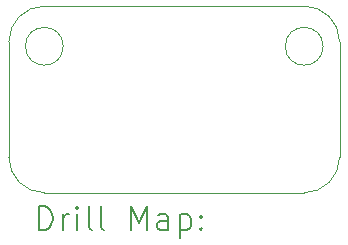
<source format=gbr>
%TF.GenerationSoftware,KiCad,Pcbnew,7.0.9*%
%TF.CreationDate,2025-02-16T20:29:11+01:00*%
%TF.ProjectId,sao_pcb,73616f5f-7063-4622-9e6b-696361645f70,rev?*%
%TF.SameCoordinates,Original*%
%TF.FileFunction,Drillmap*%
%TF.FilePolarity,Positive*%
%FSLAX45Y45*%
G04 Gerber Fmt 4.5, Leading zero omitted, Abs format (unit mm)*
G04 Created by KiCad (PCBNEW 7.0.9) date 2025-02-16 20:29:11*
%MOMM*%
%LPD*%
G01*
G04 APERTURE LIST*
%ADD10C,0.100000*%
%ADD11C,0.200000*%
G04 APERTURE END LIST*
D10*
X14100000Y-8640000D02*
G75*
G03*
X14400000Y-8940000I300000J0D01*
G01*
X16600000Y-8940000D02*
G75*
G03*
X16900000Y-8640000I0J300000D01*
G01*
X16600000Y-8940000D02*
X14400000Y-8940000D01*
X14400000Y-7360000D02*
G75*
G03*
X14100000Y-7660000I0J-300000D01*
G01*
X14100000Y-8640000D02*
X14100000Y-7660000D01*
X16900000Y-7660000D02*
G75*
G03*
X16600000Y-7360000I-300000J0D01*
G01*
X16900000Y-7660000D02*
X16900000Y-8640000D01*
X14400000Y-7360000D02*
X16600000Y-7360000D01*
X14560000Y-7700000D02*
G75*
G03*
X14560000Y-7700000I-160000J0D01*
G01*
X16760000Y-7700000D02*
G75*
G03*
X16760000Y-7700000I-160000J0D01*
G01*
D11*
X14355777Y-9256484D02*
X14355777Y-9056484D01*
X14355777Y-9056484D02*
X14403396Y-9056484D01*
X14403396Y-9056484D02*
X14431967Y-9066008D01*
X14431967Y-9066008D02*
X14451015Y-9085055D01*
X14451015Y-9085055D02*
X14460539Y-9104103D01*
X14460539Y-9104103D02*
X14470062Y-9142198D01*
X14470062Y-9142198D02*
X14470062Y-9170770D01*
X14470062Y-9170770D02*
X14460539Y-9208865D01*
X14460539Y-9208865D02*
X14451015Y-9227912D01*
X14451015Y-9227912D02*
X14431967Y-9246960D01*
X14431967Y-9246960D02*
X14403396Y-9256484D01*
X14403396Y-9256484D02*
X14355777Y-9256484D01*
X14555777Y-9256484D02*
X14555777Y-9123150D01*
X14555777Y-9161246D02*
X14565301Y-9142198D01*
X14565301Y-9142198D02*
X14574824Y-9132674D01*
X14574824Y-9132674D02*
X14593872Y-9123150D01*
X14593872Y-9123150D02*
X14612920Y-9123150D01*
X14679586Y-9256484D02*
X14679586Y-9123150D01*
X14679586Y-9056484D02*
X14670062Y-9066008D01*
X14670062Y-9066008D02*
X14679586Y-9075531D01*
X14679586Y-9075531D02*
X14689110Y-9066008D01*
X14689110Y-9066008D02*
X14679586Y-9056484D01*
X14679586Y-9056484D02*
X14679586Y-9075531D01*
X14803396Y-9256484D02*
X14784348Y-9246960D01*
X14784348Y-9246960D02*
X14774824Y-9227912D01*
X14774824Y-9227912D02*
X14774824Y-9056484D01*
X14908158Y-9256484D02*
X14889110Y-9246960D01*
X14889110Y-9246960D02*
X14879586Y-9227912D01*
X14879586Y-9227912D02*
X14879586Y-9056484D01*
X15136729Y-9256484D02*
X15136729Y-9056484D01*
X15136729Y-9056484D02*
X15203396Y-9199341D01*
X15203396Y-9199341D02*
X15270062Y-9056484D01*
X15270062Y-9056484D02*
X15270062Y-9256484D01*
X15451015Y-9256484D02*
X15451015Y-9151722D01*
X15451015Y-9151722D02*
X15441491Y-9132674D01*
X15441491Y-9132674D02*
X15422443Y-9123150D01*
X15422443Y-9123150D02*
X15384348Y-9123150D01*
X15384348Y-9123150D02*
X15365301Y-9132674D01*
X15451015Y-9246960D02*
X15431967Y-9256484D01*
X15431967Y-9256484D02*
X15384348Y-9256484D01*
X15384348Y-9256484D02*
X15365301Y-9246960D01*
X15365301Y-9246960D02*
X15355777Y-9227912D01*
X15355777Y-9227912D02*
X15355777Y-9208865D01*
X15355777Y-9208865D02*
X15365301Y-9189817D01*
X15365301Y-9189817D02*
X15384348Y-9180293D01*
X15384348Y-9180293D02*
X15431967Y-9180293D01*
X15431967Y-9180293D02*
X15451015Y-9170770D01*
X15546253Y-9123150D02*
X15546253Y-9323150D01*
X15546253Y-9132674D02*
X15565301Y-9123150D01*
X15565301Y-9123150D02*
X15603396Y-9123150D01*
X15603396Y-9123150D02*
X15622443Y-9132674D01*
X15622443Y-9132674D02*
X15631967Y-9142198D01*
X15631967Y-9142198D02*
X15641491Y-9161246D01*
X15641491Y-9161246D02*
X15641491Y-9218389D01*
X15641491Y-9218389D02*
X15631967Y-9237436D01*
X15631967Y-9237436D02*
X15622443Y-9246960D01*
X15622443Y-9246960D02*
X15603396Y-9256484D01*
X15603396Y-9256484D02*
X15565301Y-9256484D01*
X15565301Y-9256484D02*
X15546253Y-9246960D01*
X15727205Y-9237436D02*
X15736729Y-9246960D01*
X15736729Y-9246960D02*
X15727205Y-9256484D01*
X15727205Y-9256484D02*
X15717682Y-9246960D01*
X15717682Y-9246960D02*
X15727205Y-9237436D01*
X15727205Y-9237436D02*
X15727205Y-9256484D01*
X15727205Y-9132674D02*
X15736729Y-9142198D01*
X15736729Y-9142198D02*
X15727205Y-9151722D01*
X15727205Y-9151722D02*
X15717682Y-9142198D01*
X15717682Y-9142198D02*
X15727205Y-9132674D01*
X15727205Y-9132674D02*
X15727205Y-9151722D01*
M02*

</source>
